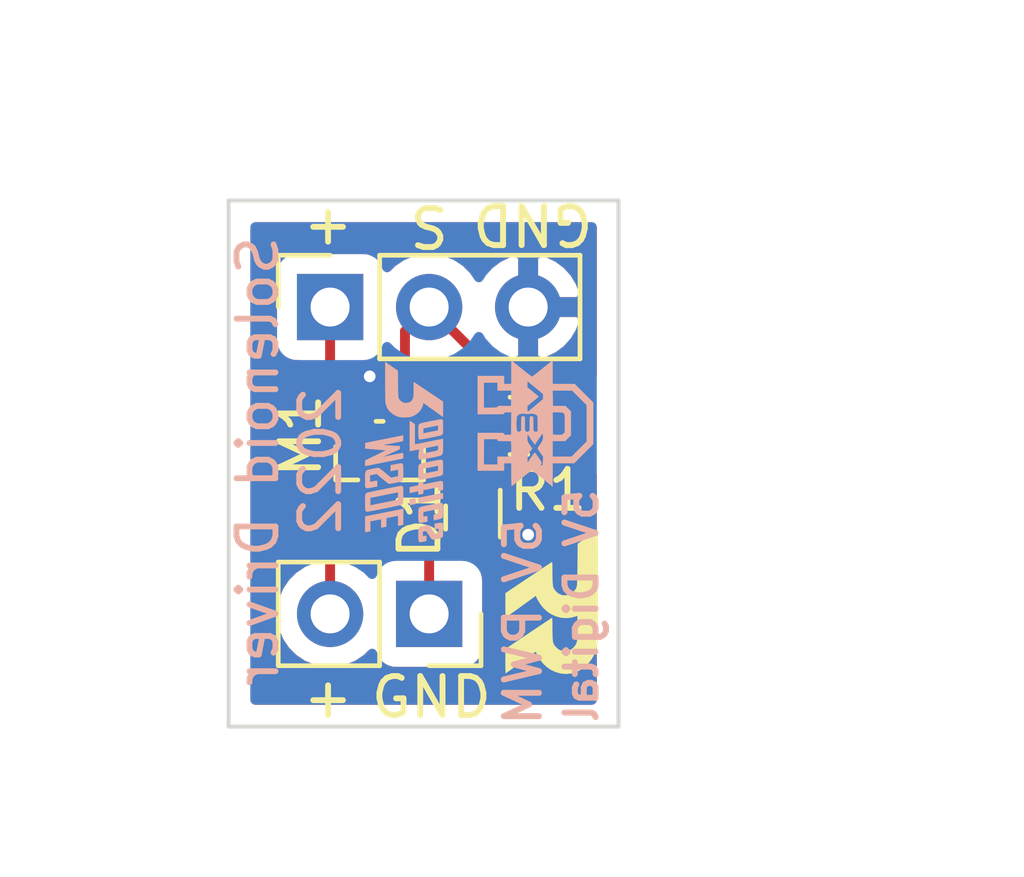
<source format=kicad_pcb>
(kicad_pcb (version 20211014) (generator pcbnew)
  (layers (0 "F.Cu" signal) (31 "B.Cu" signal) (34 "B.Paste" user) (35 "F.Paste" user) (36 "B.SilkS" user "B.Silkscreen") (37 "F.SilkS" user "F.Silkscreen") (38 "B.Mask" user) (39 "F.Mask" user) (44 "Edge.Cuts" user))
  (net 0 "")
  (net 1 "GND")
  (net 2 "Net-(D1-Pad2)")
  (net 3 "/SIG")
  (net 4 "+5V")
  (footprint "Package_TO_SOT_SMD:SOT-723" (layer "F.Cu") (at 106.266 108.137 -90)
    (fp_text reference "D1" (at 0.063 1.366 90) (layer "F.SilkS"))
    (fp_text value "D_TVS_x2_AAC")
    (pad "1" smd rect locked (at -0.575 -0.4 270) (size 0.45 0.4) (layers "F.Cu" "F.Paste" "F.Mask") (net 3 "/SIG"))
    (pad "2" smd rect locked (at -0.575 0.4 270) (size 0.45 0.4) (layers "F.Cu" "F.Paste" "F.Mask") (net 2 "Net-(D1-Pad2)"))
    (pad "3" smd rect locked (at 0.575 0 270) (size 0.45 0.5) (layers "F.Cu" "F.Paste" "F.Mask") (net 1 "GND"))
  )
  (footprint "Connector_PinSocket_2.54mm:PinSocket_1x03_P2.54mm_Vertical" (layer "F.Cu") (at 102.602 102.736 90)
    (fp_text reference "J1" hide)
    (fp_text value "Conn_01x03_Male")
    (pad "1" thru_hole rect locked (at 0 0 90) (size 1.7 1.7) (drill 1) (layers *.Cu *.Mask) (net 4 "+5V"))
    (pad "2" thru_hole oval locked (at 0 2.54 90) (size 1.7 1.7) (drill 1) (layers *.Cu *.Mask) (net 3 "/SIG"))
    (pad "3" thru_hole oval locked (at 0 5.08 90) (size 1.7 1.7) (drill 1) (layers *.Cu *.Mask) (net 1 "GND"))
  )
  (footprint "Connector_PinSocket_2.54mm:PinSocket_1x02_P2.54mm_Vertical" (layer "F.Cu") (at 105.142 110.61 -90)
    (fp_text reference "J2" hide)
    (fp_text value "Conn_01x02_Male")
    (pad "1" thru_hole rect locked (at 0 0 270) (size 1.7 1.7) (drill 1) (layers *.Cu *.Mask) (net 2 "Net-(D1-Pad2)"))
    (pad "2" thru_hole oval locked (at 0 2.54 270) (size 1.7 1.7) (drill 1) (layers *.Cu *.Mask) (net 4 "+5V"))
  )
  (footprint "footprints:SSM3K7002KFU" (layer "F.Cu") (at 103.872 106.4205 180)
    (fp_text reference "MOSFET1" hide)
    (fp_text value "SSM3K7002KFU" hide)
    (pad "1" smd rect locked (at -0.649999 0.887499 180) (size 0.4508 1.1362) (layers "F.Cu" "F.Paste" "F.Mask") (net 3 "/SIG"))
    (pad "2" smd rect locked (at 0.649999 0.887499 180) (size 0.4508 1.1362) (layers "F.Cu" "F.Paste" "F.Mask") (net 1 "GND"))
    (pad "3" smd rect locked (at 0 -0.8875 180) (size 0.4508 1.1362) (layers "F.Cu" "F.Paste" "F.Mask") (net 2 "Net-(D1-Pad2)"))
  )
  (footprint "Resistor_SMD:R_0805_2012Metric_Pad1.20x1.40mm_HandSolder" (layer "F.Cu") (at 107.444 105.784 180)
    (fp_text reference "R1" (at -0.746 -1.65) (layer "F.SilkS"))
    (fp_text value "10 k")
    (pad "1" smd roundrect locked (at -1 0 180) (size 1.2 1.4) (layers "F.Cu" "F.Paste" "F.Mask") (roundrect_rratio 0.2083325) (net 1 "GND"))
    (pad "2" smd roundrect locked (at 1 0 180) (size 1.2 1.4) (layers "F.Cu" "F.Paste" "F.Mask") (roundrect_rratio 0.2083325) (net 3 "/SIG"))
  )
  (footprint "Logos:RR" (layer "F.Cu") (at 115.1 108.25)
    (fp_text reference "G***" hide)
    (fp_text value "LOGO" hide)
  )
  (footprint "Logos:RR" (layer "F.Cu") (at 116.4 110.45)
    (fp_text reference "G***" hide)
    (fp_text value "LOGO" hide)
  )
  (footprint "Logos:RR" (layer "F.Cu") (at 108.3 110.35 -90)
    (fp_text reference "G***" hide)
    (fp_text value "LOGO" hide)
  )
  (footprint "Logos:MSOE Robotics" (layer "B.Cu") (at 104.5 106.45 -90)
    (fp_text reference "G***" hide)
    (fp_text value "LOGO" hide)
  )
  (footprint "Logos:VEXU" (layer "B.Cu") (at 107.85 105.65 -90)
    (fp_text reference "G***" hide)
    (fp_text value "LOGO" hide)
  )
  (gr_line (start 100 113.5) (end 110 113.5) (layer "Edge.Cuts") (width 0.1))
  (gr_line (start 110 113.5) (end 110 100) (layer "Edge.Cuts") (width 0.1))
  (gr_line (start 100 100) (end 110 100) (layer "Edge.Cuts") (width 0.1))
  (gr_line (start 100 100) (end 100 113.5) (layer "Edge.Cuts") (width 0.1))
  (gr_text "Solenoid Driver\n2022" (at 101.55 106.7 90) (layer "B.SilkS") (effects (font (size 1 1)) (justify mirror)))
  (gr_text "5V Digital" (at 109.05 110.4 90) (layer "B.SilkS") (effects (font (size 0.8 0.8) (thickness 0.153)) (justify mirror)))
  (gr_text "5V PWM\n" (at 107.55 113.55 90) (layer "B.SilkS") (effects (font (size 0.9 0.9) (thickness 0.153)) (justify right mirror)))
  (gr_text "S" (at 105.142 100.65 180) (layer "F.SilkS") (effects (font (size 1 1))))
  (gr_text "+" (at 102.55 100.75 180) (layer "F.SilkS") (effects (font (size 1 1))))
  (gr_text "+" (at 102.55 112.75) (layer "F.SilkS") (effects (font (size 1 1))))
  (gr_text "GND" (at 107.8 100.6 180) (layer "F.SilkS") (effects (font (size 1 1) (thickness 0.153))))
  (gr_text "M1" (at 101.84 106.038 90) (layer "F.SilkS") (effects (font (size 1 1))))
  (gr_text "GND" (at 105.2 112.75) (layer "F.SilkS") (effects (font (size 1 1))))
  (segment (start 103.222001 104.909999) (end 103.222001 105.533001) (width 0.254) (layer "F.Cu") (net 1))
  (segment (start 103.618 104.514) (end 103.222001 104.909999) (width 0.254) (layer "F.Cu") (net 1))
  (via (at 107.682 108.578) (size 0.6) (drill 0.3) (layers "F.Cu" "B.Cu") (net 1))
  (via (at 103.618 104.514) (size 0.6) (drill 0.3) (layers "F.Cu" "B.Cu") (net 1))
  (segment (start 104.888 107.816) (end 104.38 107.308) (width 0.254) (layer "F.Cu") (net 2))
  (segment (start 105.396 107.562) (end 105.142 107.816) (width 0.254) (layer "F.Cu") (net 2))
  (segment (start 105.866 107.562) (end 105.396 107.562) (width 0.254) (layer "F.Cu") (net 2))
  (segment (start 104.38 107.308) (end 103.872 107.308) (width 0.254) (layer "F.Cu") (net 2))
  (segment (start 105.142 107.816) (end 104.888 107.816) (width 0.254) (layer "F.Cu") (net 2))
  (segment (start 105.142 107.816) (end 105.142 110.61) (width 0.254) (layer "F.Cu") (net 2))
  (segment (start 106.444 106.832) (end 106.666 107.054) (width 0.254) (layer "F.Cu") (net 3))
  (segment (start 106.666 107.054) (end 106.666 107.562) (width 0.254) (layer "F.Cu") (net 3))
  (segment (start 104.521999 105.533001) (end 104.521999 103.356001) (width 0.254) (layer "F.Cu") (net 3))
  (segment (start 104.521999 103.356001) (end 105.142 102.736) (width 0.254) (layer "F.Cu") (net 3))
  (segment (start 106.444 105.784) (end 106.444 106.832) (width 0.254) (layer "F.Cu") (net 3))
  (segment (start 106.444 104.038) (end 105.142 102.736) (width 0.254) (layer "F.Cu") (net 3))
  (segment (start 106.444 105.784) (end 106.444 104.038) (width 0.254) (layer "F.Cu") (net 3))
  (segment (start 102.602 102.736) (end 102.602 110.61) (width 0.254) (layer "F.Cu") (net 4))
  (zone (net 1) (net_name "GND") (layer "F.Cu") (connect_pads (clearance 0.508)) (min_thickness 0.254) (fill yes (thermal_gap 0.508) (thermal_bridge_width 0.508))
    (polygon (pts (xy 109.95 113.45) (xy 100.05 113.45) (xy 100.05 100.05) (xy 109.95 100.05)))
  )
  (zone (net 1) (net_name "GND") (layer "B.Cu") (connect_pads (clearance 0.508)) (min_thickness 0.254) (fill yes (thermal_gap 0.508) (thermal_bridge_width 0.508))
    (polygon (pts (xy 109.95 113.45) (xy 100.05 113.45) (xy 100.05 100.05) (xy 109.95 100.05)))
  )
)
</source>
